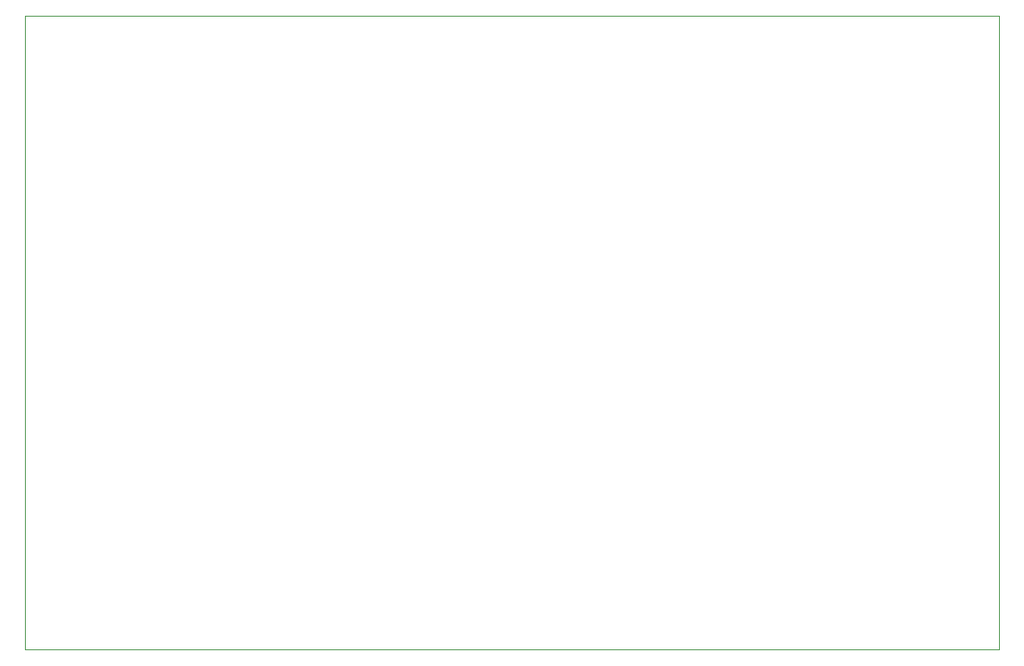
<source format=gbr>
%TF.GenerationSoftware,KiCad,Pcbnew,6.0.2+dfsg-1*%
%TF.CreationDate,2022-05-20T21:00:13+03:00*%
%TF.ProjectId,iot_geiger,696f745f-6765-4696-9765-722e6b696361,rev?*%
%TF.SameCoordinates,Original*%
%TF.FileFunction,Profile,NP*%
%FSLAX46Y46*%
G04 Gerber Fmt 4.6, Leading zero omitted, Abs format (unit mm)*
G04 Created by KiCad (PCBNEW 6.0.2+dfsg-1) date 2022-05-20 21:00:13*
%MOMM*%
%LPD*%
G01*
G04 APERTURE LIST*
%TA.AperFunction,Profile*%
%ADD10C,0.100000*%
%TD*%
G04 APERTURE END LIST*
D10*
X214630000Y-102870000D02*
X115570000Y-102870000D01*
X115570000Y-102870000D02*
X115570000Y-38354000D01*
X115570000Y-38354000D02*
X214630000Y-38354000D01*
X214630000Y-38354000D02*
X214630000Y-102870000D01*
M02*

</source>
